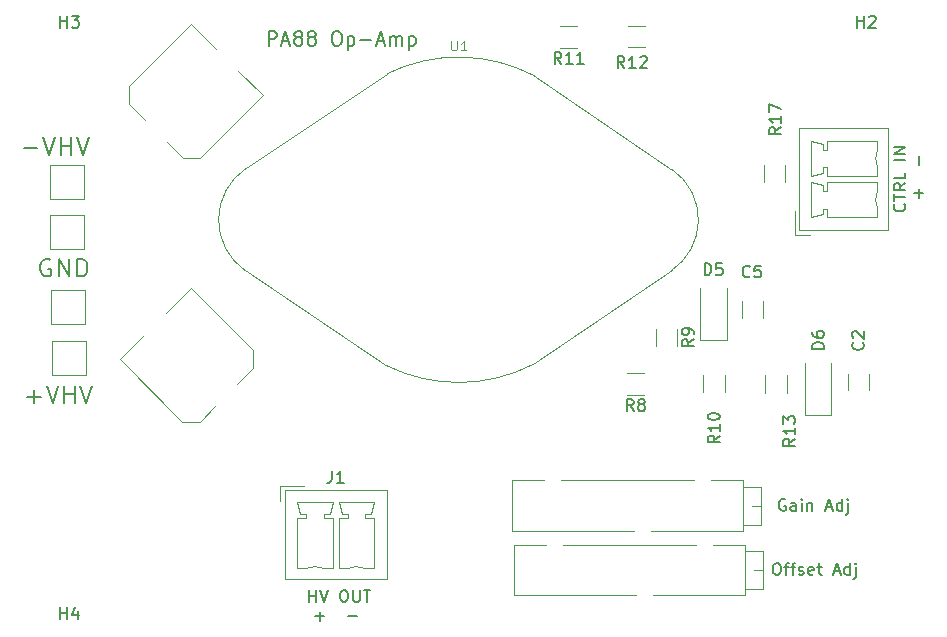
<source format=gbr>
%TF.GenerationSoftware,KiCad,Pcbnew,9.0.5*%
%TF.CreationDate,2025-11-24T16:56:37+01:00*%
%TF.ProjectId,Amplifier,416d706c-6966-4696-9572-2e6b69636164,rev?*%
%TF.SameCoordinates,Original*%
%TF.FileFunction,Legend,Top*%
%TF.FilePolarity,Positive*%
%FSLAX46Y46*%
G04 Gerber Fmt 4.6, Leading zero omitted, Abs format (unit mm)*
G04 Created by KiCad (PCBNEW 9.0.5) date 2025-11-24 16:56:37*
%MOMM*%
%LPD*%
G01*
G04 APERTURE LIST*
%ADD10C,0.200000*%
%ADD11C,0.150000*%
%ADD12C,0.120000*%
G04 APERTURE END LIST*
D10*
X131757142Y-73872100D02*
X132900000Y-73872100D01*
X133400000Y-72943528D02*
X133900000Y-74443528D01*
X133900000Y-74443528D02*
X134400000Y-72943528D01*
X134899999Y-74443528D02*
X134899999Y-72943528D01*
X134899999Y-73657814D02*
X135757142Y-73657814D01*
X135757142Y-74443528D02*
X135757142Y-72943528D01*
X136257143Y-72943528D02*
X136757143Y-74443528D01*
X136757143Y-74443528D02*
X137257143Y-72943528D01*
D11*
X196239047Y-103592438D02*
X196143809Y-103544819D01*
X196143809Y-103544819D02*
X196000952Y-103544819D01*
X196000952Y-103544819D02*
X195858095Y-103592438D01*
X195858095Y-103592438D02*
X195762857Y-103687676D01*
X195762857Y-103687676D02*
X195715238Y-103782914D01*
X195715238Y-103782914D02*
X195667619Y-103973390D01*
X195667619Y-103973390D02*
X195667619Y-104116247D01*
X195667619Y-104116247D02*
X195715238Y-104306723D01*
X195715238Y-104306723D02*
X195762857Y-104401961D01*
X195762857Y-104401961D02*
X195858095Y-104497200D01*
X195858095Y-104497200D02*
X196000952Y-104544819D01*
X196000952Y-104544819D02*
X196096190Y-104544819D01*
X196096190Y-104544819D02*
X196239047Y-104497200D01*
X196239047Y-104497200D02*
X196286666Y-104449580D01*
X196286666Y-104449580D02*
X196286666Y-104116247D01*
X196286666Y-104116247D02*
X196096190Y-104116247D01*
X197143809Y-104544819D02*
X197143809Y-104021009D01*
X197143809Y-104021009D02*
X197096190Y-103925771D01*
X197096190Y-103925771D02*
X197000952Y-103878152D01*
X197000952Y-103878152D02*
X196810476Y-103878152D01*
X196810476Y-103878152D02*
X196715238Y-103925771D01*
X197143809Y-104497200D02*
X197048571Y-104544819D01*
X197048571Y-104544819D02*
X196810476Y-104544819D01*
X196810476Y-104544819D02*
X196715238Y-104497200D01*
X196715238Y-104497200D02*
X196667619Y-104401961D01*
X196667619Y-104401961D02*
X196667619Y-104306723D01*
X196667619Y-104306723D02*
X196715238Y-104211485D01*
X196715238Y-104211485D02*
X196810476Y-104163866D01*
X196810476Y-104163866D02*
X197048571Y-104163866D01*
X197048571Y-104163866D02*
X197143809Y-104116247D01*
X197620000Y-104544819D02*
X197620000Y-103878152D01*
X197620000Y-103544819D02*
X197572381Y-103592438D01*
X197572381Y-103592438D02*
X197620000Y-103640057D01*
X197620000Y-103640057D02*
X197667619Y-103592438D01*
X197667619Y-103592438D02*
X197620000Y-103544819D01*
X197620000Y-103544819D02*
X197620000Y-103640057D01*
X198096190Y-103878152D02*
X198096190Y-104544819D01*
X198096190Y-103973390D02*
X198143809Y-103925771D01*
X198143809Y-103925771D02*
X198239047Y-103878152D01*
X198239047Y-103878152D02*
X198381904Y-103878152D01*
X198381904Y-103878152D02*
X198477142Y-103925771D01*
X198477142Y-103925771D02*
X198524761Y-104021009D01*
X198524761Y-104021009D02*
X198524761Y-104544819D01*
X199715238Y-104259104D02*
X200191428Y-104259104D01*
X199620000Y-104544819D02*
X199953333Y-103544819D01*
X199953333Y-103544819D02*
X200286666Y-104544819D01*
X201048571Y-104544819D02*
X201048571Y-103544819D01*
X201048571Y-104497200D02*
X200953333Y-104544819D01*
X200953333Y-104544819D02*
X200762857Y-104544819D01*
X200762857Y-104544819D02*
X200667619Y-104497200D01*
X200667619Y-104497200D02*
X200620000Y-104449580D01*
X200620000Y-104449580D02*
X200572381Y-104354342D01*
X200572381Y-104354342D02*
X200572381Y-104068628D01*
X200572381Y-104068628D02*
X200620000Y-103973390D01*
X200620000Y-103973390D02*
X200667619Y-103925771D01*
X200667619Y-103925771D02*
X200762857Y-103878152D01*
X200762857Y-103878152D02*
X200953333Y-103878152D01*
X200953333Y-103878152D02*
X201048571Y-103925771D01*
X201524762Y-103878152D02*
X201524762Y-104735295D01*
X201524762Y-104735295D02*
X201477143Y-104830533D01*
X201477143Y-104830533D02*
X201381905Y-104878152D01*
X201381905Y-104878152D02*
X201334286Y-104878152D01*
X201524762Y-103544819D02*
X201477143Y-103592438D01*
X201477143Y-103592438D02*
X201524762Y-103640057D01*
X201524762Y-103640057D02*
X201572381Y-103592438D01*
X201572381Y-103592438D02*
X201524762Y-103544819D01*
X201524762Y-103544819D02*
X201524762Y-103640057D01*
X195424285Y-108964819D02*
X195614761Y-108964819D01*
X195614761Y-108964819D02*
X195709999Y-109012438D01*
X195709999Y-109012438D02*
X195805237Y-109107676D01*
X195805237Y-109107676D02*
X195852856Y-109298152D01*
X195852856Y-109298152D02*
X195852856Y-109631485D01*
X195852856Y-109631485D02*
X195805237Y-109821961D01*
X195805237Y-109821961D02*
X195709999Y-109917200D01*
X195709999Y-109917200D02*
X195614761Y-109964819D01*
X195614761Y-109964819D02*
X195424285Y-109964819D01*
X195424285Y-109964819D02*
X195329047Y-109917200D01*
X195329047Y-109917200D02*
X195233809Y-109821961D01*
X195233809Y-109821961D02*
X195186190Y-109631485D01*
X195186190Y-109631485D02*
X195186190Y-109298152D01*
X195186190Y-109298152D02*
X195233809Y-109107676D01*
X195233809Y-109107676D02*
X195329047Y-109012438D01*
X195329047Y-109012438D02*
X195424285Y-108964819D01*
X196138571Y-109298152D02*
X196519523Y-109298152D01*
X196281428Y-109964819D02*
X196281428Y-109107676D01*
X196281428Y-109107676D02*
X196329047Y-109012438D01*
X196329047Y-109012438D02*
X196424285Y-108964819D01*
X196424285Y-108964819D02*
X196519523Y-108964819D01*
X196710000Y-109298152D02*
X197090952Y-109298152D01*
X196852857Y-109964819D02*
X196852857Y-109107676D01*
X196852857Y-109107676D02*
X196900476Y-109012438D01*
X196900476Y-109012438D02*
X196995714Y-108964819D01*
X196995714Y-108964819D02*
X197090952Y-108964819D01*
X197376667Y-109917200D02*
X197471905Y-109964819D01*
X197471905Y-109964819D02*
X197662381Y-109964819D01*
X197662381Y-109964819D02*
X197757619Y-109917200D01*
X197757619Y-109917200D02*
X197805238Y-109821961D01*
X197805238Y-109821961D02*
X197805238Y-109774342D01*
X197805238Y-109774342D02*
X197757619Y-109679104D01*
X197757619Y-109679104D02*
X197662381Y-109631485D01*
X197662381Y-109631485D02*
X197519524Y-109631485D01*
X197519524Y-109631485D02*
X197424286Y-109583866D01*
X197424286Y-109583866D02*
X197376667Y-109488628D01*
X197376667Y-109488628D02*
X197376667Y-109441009D01*
X197376667Y-109441009D02*
X197424286Y-109345771D01*
X197424286Y-109345771D02*
X197519524Y-109298152D01*
X197519524Y-109298152D02*
X197662381Y-109298152D01*
X197662381Y-109298152D02*
X197757619Y-109345771D01*
X198614762Y-109917200D02*
X198519524Y-109964819D01*
X198519524Y-109964819D02*
X198329048Y-109964819D01*
X198329048Y-109964819D02*
X198233810Y-109917200D01*
X198233810Y-109917200D02*
X198186191Y-109821961D01*
X198186191Y-109821961D02*
X198186191Y-109441009D01*
X198186191Y-109441009D02*
X198233810Y-109345771D01*
X198233810Y-109345771D02*
X198329048Y-109298152D01*
X198329048Y-109298152D02*
X198519524Y-109298152D01*
X198519524Y-109298152D02*
X198614762Y-109345771D01*
X198614762Y-109345771D02*
X198662381Y-109441009D01*
X198662381Y-109441009D02*
X198662381Y-109536247D01*
X198662381Y-109536247D02*
X198186191Y-109631485D01*
X198948096Y-109298152D02*
X199329048Y-109298152D01*
X199090953Y-108964819D02*
X199090953Y-109821961D01*
X199090953Y-109821961D02*
X199138572Y-109917200D01*
X199138572Y-109917200D02*
X199233810Y-109964819D01*
X199233810Y-109964819D02*
X199329048Y-109964819D01*
X200376668Y-109679104D02*
X200852858Y-109679104D01*
X200281430Y-109964819D02*
X200614763Y-108964819D01*
X200614763Y-108964819D02*
X200948096Y-109964819D01*
X201710001Y-109964819D02*
X201710001Y-108964819D01*
X201710001Y-109917200D02*
X201614763Y-109964819D01*
X201614763Y-109964819D02*
X201424287Y-109964819D01*
X201424287Y-109964819D02*
X201329049Y-109917200D01*
X201329049Y-109917200D02*
X201281430Y-109869580D01*
X201281430Y-109869580D02*
X201233811Y-109774342D01*
X201233811Y-109774342D02*
X201233811Y-109488628D01*
X201233811Y-109488628D02*
X201281430Y-109393390D01*
X201281430Y-109393390D02*
X201329049Y-109345771D01*
X201329049Y-109345771D02*
X201424287Y-109298152D01*
X201424287Y-109298152D02*
X201614763Y-109298152D01*
X201614763Y-109298152D02*
X201710001Y-109345771D01*
X202186192Y-109298152D02*
X202186192Y-110155295D01*
X202186192Y-110155295D02*
X202138573Y-110250533D01*
X202138573Y-110250533D02*
X202043335Y-110298152D01*
X202043335Y-110298152D02*
X201995716Y-110298152D01*
X202186192Y-108964819D02*
X202138573Y-109012438D01*
X202138573Y-109012438D02*
X202186192Y-109060057D01*
X202186192Y-109060057D02*
X202233811Y-109012438D01*
X202233811Y-109012438D02*
X202186192Y-108964819D01*
X202186192Y-108964819D02*
X202186192Y-109060057D01*
X152490001Y-65157342D02*
X152490001Y-63957342D01*
X152490001Y-63957342D02*
X152947144Y-63957342D01*
X152947144Y-63957342D02*
X153061429Y-64014485D01*
X153061429Y-64014485D02*
X153118572Y-64071628D01*
X153118572Y-64071628D02*
X153175715Y-64185914D01*
X153175715Y-64185914D02*
X153175715Y-64357342D01*
X153175715Y-64357342D02*
X153118572Y-64471628D01*
X153118572Y-64471628D02*
X153061429Y-64528771D01*
X153061429Y-64528771D02*
X152947144Y-64585914D01*
X152947144Y-64585914D02*
X152490001Y-64585914D01*
X153632858Y-64814485D02*
X154204287Y-64814485D01*
X153518572Y-65157342D02*
X153918572Y-63957342D01*
X153918572Y-63957342D02*
X154318572Y-65157342D01*
X154890000Y-64471628D02*
X154775715Y-64414485D01*
X154775715Y-64414485D02*
X154718572Y-64357342D01*
X154718572Y-64357342D02*
X154661429Y-64243057D01*
X154661429Y-64243057D02*
X154661429Y-64185914D01*
X154661429Y-64185914D02*
X154718572Y-64071628D01*
X154718572Y-64071628D02*
X154775715Y-64014485D01*
X154775715Y-64014485D02*
X154890000Y-63957342D01*
X154890000Y-63957342D02*
X155118572Y-63957342D01*
X155118572Y-63957342D02*
X155232858Y-64014485D01*
X155232858Y-64014485D02*
X155290000Y-64071628D01*
X155290000Y-64071628D02*
X155347143Y-64185914D01*
X155347143Y-64185914D02*
X155347143Y-64243057D01*
X155347143Y-64243057D02*
X155290000Y-64357342D01*
X155290000Y-64357342D02*
X155232858Y-64414485D01*
X155232858Y-64414485D02*
X155118572Y-64471628D01*
X155118572Y-64471628D02*
X154890000Y-64471628D01*
X154890000Y-64471628D02*
X154775715Y-64528771D01*
X154775715Y-64528771D02*
X154718572Y-64585914D01*
X154718572Y-64585914D02*
X154661429Y-64700200D01*
X154661429Y-64700200D02*
X154661429Y-64928771D01*
X154661429Y-64928771D02*
X154718572Y-65043057D01*
X154718572Y-65043057D02*
X154775715Y-65100200D01*
X154775715Y-65100200D02*
X154890000Y-65157342D01*
X154890000Y-65157342D02*
X155118572Y-65157342D01*
X155118572Y-65157342D02*
X155232858Y-65100200D01*
X155232858Y-65100200D02*
X155290000Y-65043057D01*
X155290000Y-65043057D02*
X155347143Y-64928771D01*
X155347143Y-64928771D02*
X155347143Y-64700200D01*
X155347143Y-64700200D02*
X155290000Y-64585914D01*
X155290000Y-64585914D02*
X155232858Y-64528771D01*
X155232858Y-64528771D02*
X155118572Y-64471628D01*
X156032857Y-64471628D02*
X155918572Y-64414485D01*
X155918572Y-64414485D02*
X155861429Y-64357342D01*
X155861429Y-64357342D02*
X155804286Y-64243057D01*
X155804286Y-64243057D02*
X155804286Y-64185914D01*
X155804286Y-64185914D02*
X155861429Y-64071628D01*
X155861429Y-64071628D02*
X155918572Y-64014485D01*
X155918572Y-64014485D02*
X156032857Y-63957342D01*
X156032857Y-63957342D02*
X156261429Y-63957342D01*
X156261429Y-63957342D02*
X156375715Y-64014485D01*
X156375715Y-64014485D02*
X156432857Y-64071628D01*
X156432857Y-64071628D02*
X156490000Y-64185914D01*
X156490000Y-64185914D02*
X156490000Y-64243057D01*
X156490000Y-64243057D02*
X156432857Y-64357342D01*
X156432857Y-64357342D02*
X156375715Y-64414485D01*
X156375715Y-64414485D02*
X156261429Y-64471628D01*
X156261429Y-64471628D02*
X156032857Y-64471628D01*
X156032857Y-64471628D02*
X155918572Y-64528771D01*
X155918572Y-64528771D02*
X155861429Y-64585914D01*
X155861429Y-64585914D02*
X155804286Y-64700200D01*
X155804286Y-64700200D02*
X155804286Y-64928771D01*
X155804286Y-64928771D02*
X155861429Y-65043057D01*
X155861429Y-65043057D02*
X155918572Y-65100200D01*
X155918572Y-65100200D02*
X156032857Y-65157342D01*
X156032857Y-65157342D02*
X156261429Y-65157342D01*
X156261429Y-65157342D02*
X156375715Y-65100200D01*
X156375715Y-65100200D02*
X156432857Y-65043057D01*
X156432857Y-65043057D02*
X156490000Y-64928771D01*
X156490000Y-64928771D02*
X156490000Y-64700200D01*
X156490000Y-64700200D02*
X156432857Y-64585914D01*
X156432857Y-64585914D02*
X156375715Y-64528771D01*
X156375715Y-64528771D02*
X156261429Y-64471628D01*
X158147143Y-63957342D02*
X158375715Y-63957342D01*
X158375715Y-63957342D02*
X158490000Y-64014485D01*
X158490000Y-64014485D02*
X158604286Y-64128771D01*
X158604286Y-64128771D02*
X158661429Y-64357342D01*
X158661429Y-64357342D02*
X158661429Y-64757342D01*
X158661429Y-64757342D02*
X158604286Y-64985914D01*
X158604286Y-64985914D02*
X158490000Y-65100200D01*
X158490000Y-65100200D02*
X158375715Y-65157342D01*
X158375715Y-65157342D02*
X158147143Y-65157342D01*
X158147143Y-65157342D02*
X158032858Y-65100200D01*
X158032858Y-65100200D02*
X157918572Y-64985914D01*
X157918572Y-64985914D02*
X157861429Y-64757342D01*
X157861429Y-64757342D02*
X157861429Y-64357342D01*
X157861429Y-64357342D02*
X157918572Y-64128771D01*
X157918572Y-64128771D02*
X158032858Y-64014485D01*
X158032858Y-64014485D02*
X158147143Y-63957342D01*
X159175715Y-64357342D02*
X159175715Y-65557342D01*
X159175715Y-64414485D02*
X159290001Y-64357342D01*
X159290001Y-64357342D02*
X159518572Y-64357342D01*
X159518572Y-64357342D02*
X159632858Y-64414485D01*
X159632858Y-64414485D02*
X159690001Y-64471628D01*
X159690001Y-64471628D02*
X159747143Y-64585914D01*
X159747143Y-64585914D02*
X159747143Y-64928771D01*
X159747143Y-64928771D02*
X159690001Y-65043057D01*
X159690001Y-65043057D02*
X159632858Y-65100200D01*
X159632858Y-65100200D02*
X159518572Y-65157342D01*
X159518572Y-65157342D02*
X159290001Y-65157342D01*
X159290001Y-65157342D02*
X159175715Y-65100200D01*
X160261429Y-64700200D02*
X161175715Y-64700200D01*
X161690000Y-64814485D02*
X162261429Y-64814485D01*
X161575714Y-65157342D02*
X161975714Y-63957342D01*
X161975714Y-63957342D02*
X162375714Y-65157342D01*
X162775714Y-65157342D02*
X162775714Y-64357342D01*
X162775714Y-64471628D02*
X162832857Y-64414485D01*
X162832857Y-64414485D02*
X162947142Y-64357342D01*
X162947142Y-64357342D02*
X163118571Y-64357342D01*
X163118571Y-64357342D02*
X163232857Y-64414485D01*
X163232857Y-64414485D02*
X163290000Y-64528771D01*
X163290000Y-64528771D02*
X163290000Y-65157342D01*
X163290000Y-64528771D02*
X163347142Y-64414485D01*
X163347142Y-64414485D02*
X163461428Y-64357342D01*
X163461428Y-64357342D02*
X163632857Y-64357342D01*
X163632857Y-64357342D02*
X163747142Y-64414485D01*
X163747142Y-64414485D02*
X163804285Y-64528771D01*
X163804285Y-64528771D02*
X163804285Y-65157342D01*
X164375714Y-64357342D02*
X164375714Y-65557342D01*
X164375714Y-64414485D02*
X164490000Y-64357342D01*
X164490000Y-64357342D02*
X164718571Y-64357342D01*
X164718571Y-64357342D02*
X164832857Y-64414485D01*
X164832857Y-64414485D02*
X164890000Y-64471628D01*
X164890000Y-64471628D02*
X164947142Y-64585914D01*
X164947142Y-64585914D02*
X164947142Y-64928771D01*
X164947142Y-64928771D02*
X164890000Y-65043057D01*
X164890000Y-65043057D02*
X164832857Y-65100200D01*
X164832857Y-65100200D02*
X164718571Y-65157342D01*
X164718571Y-65157342D02*
X164490000Y-65157342D01*
X164490000Y-65157342D02*
X164375714Y-65100200D01*
X206309580Y-78579047D02*
X206357200Y-78626666D01*
X206357200Y-78626666D02*
X206404819Y-78769523D01*
X206404819Y-78769523D02*
X206404819Y-78864761D01*
X206404819Y-78864761D02*
X206357200Y-79007618D01*
X206357200Y-79007618D02*
X206261961Y-79102856D01*
X206261961Y-79102856D02*
X206166723Y-79150475D01*
X206166723Y-79150475D02*
X205976247Y-79198094D01*
X205976247Y-79198094D02*
X205833390Y-79198094D01*
X205833390Y-79198094D02*
X205642914Y-79150475D01*
X205642914Y-79150475D02*
X205547676Y-79102856D01*
X205547676Y-79102856D02*
X205452438Y-79007618D01*
X205452438Y-79007618D02*
X205404819Y-78864761D01*
X205404819Y-78864761D02*
X205404819Y-78769523D01*
X205404819Y-78769523D02*
X205452438Y-78626666D01*
X205452438Y-78626666D02*
X205500057Y-78579047D01*
X205404819Y-78293332D02*
X205404819Y-77721904D01*
X206404819Y-78007618D02*
X205404819Y-78007618D01*
X206404819Y-76817142D02*
X205928628Y-77150475D01*
X206404819Y-77388570D02*
X205404819Y-77388570D01*
X205404819Y-77388570D02*
X205404819Y-77007618D01*
X205404819Y-77007618D02*
X205452438Y-76912380D01*
X205452438Y-76912380D02*
X205500057Y-76864761D01*
X205500057Y-76864761D02*
X205595295Y-76817142D01*
X205595295Y-76817142D02*
X205738152Y-76817142D01*
X205738152Y-76817142D02*
X205833390Y-76864761D01*
X205833390Y-76864761D02*
X205881009Y-76912380D01*
X205881009Y-76912380D02*
X205928628Y-77007618D01*
X205928628Y-77007618D02*
X205928628Y-77388570D01*
X206404819Y-75912380D02*
X206404819Y-76388570D01*
X206404819Y-76388570D02*
X205404819Y-76388570D01*
X206404819Y-74817141D02*
X205404819Y-74817141D01*
X206404819Y-74340951D02*
X205404819Y-74340951D01*
X205404819Y-74340951D02*
X206404819Y-73769523D01*
X206404819Y-73769523D02*
X205404819Y-73769523D01*
D10*
X134007143Y-83274957D02*
X133864286Y-83203528D01*
X133864286Y-83203528D02*
X133650000Y-83203528D01*
X133650000Y-83203528D02*
X133435714Y-83274957D01*
X133435714Y-83274957D02*
X133292857Y-83417814D01*
X133292857Y-83417814D02*
X133221428Y-83560671D01*
X133221428Y-83560671D02*
X133150000Y-83846385D01*
X133150000Y-83846385D02*
X133150000Y-84060671D01*
X133150000Y-84060671D02*
X133221428Y-84346385D01*
X133221428Y-84346385D02*
X133292857Y-84489242D01*
X133292857Y-84489242D02*
X133435714Y-84632100D01*
X133435714Y-84632100D02*
X133650000Y-84703528D01*
X133650000Y-84703528D02*
X133792857Y-84703528D01*
X133792857Y-84703528D02*
X134007143Y-84632100D01*
X134007143Y-84632100D02*
X134078571Y-84560671D01*
X134078571Y-84560671D02*
X134078571Y-84060671D01*
X134078571Y-84060671D02*
X133792857Y-84060671D01*
X134721428Y-84703528D02*
X134721428Y-83203528D01*
X134721428Y-83203528D02*
X135578571Y-84703528D01*
X135578571Y-84703528D02*
X135578571Y-83203528D01*
X136292857Y-84703528D02*
X136292857Y-83203528D01*
X136292857Y-83203528D02*
X136650000Y-83203528D01*
X136650000Y-83203528D02*
X136864286Y-83274957D01*
X136864286Y-83274957D02*
X137007143Y-83417814D01*
X137007143Y-83417814D02*
X137078572Y-83560671D01*
X137078572Y-83560671D02*
X137150000Y-83846385D01*
X137150000Y-83846385D02*
X137150000Y-84060671D01*
X137150000Y-84060671D02*
X137078572Y-84346385D01*
X137078572Y-84346385D02*
X137007143Y-84489242D01*
X137007143Y-84489242D02*
X136864286Y-84632100D01*
X136864286Y-84632100D02*
X136650000Y-84703528D01*
X136650000Y-84703528D02*
X136292857Y-84703528D01*
X132057142Y-94882100D02*
X133200000Y-94882100D01*
X132628571Y-95453528D02*
X132628571Y-94310671D01*
X133700000Y-93953528D02*
X134200000Y-95453528D01*
X134200000Y-95453528D02*
X134700000Y-93953528D01*
X135199999Y-95453528D02*
X135199999Y-93953528D01*
X135199999Y-94667814D02*
X136057142Y-94667814D01*
X136057142Y-95453528D02*
X136057142Y-93953528D01*
X136557143Y-93953528D02*
X137057143Y-95453528D01*
X137057143Y-95453528D02*
X137557143Y-93953528D01*
D11*
X155926190Y-112254819D02*
X155926190Y-111254819D01*
X155926190Y-111731009D02*
X156497618Y-111731009D01*
X156497618Y-112254819D02*
X156497618Y-111254819D01*
X156830952Y-111254819D02*
X157164285Y-112254819D01*
X157164285Y-112254819D02*
X157497618Y-111254819D01*
X158783333Y-111254819D02*
X158973809Y-111254819D01*
X158973809Y-111254819D02*
X159069047Y-111302438D01*
X159069047Y-111302438D02*
X159164285Y-111397676D01*
X159164285Y-111397676D02*
X159211904Y-111588152D01*
X159211904Y-111588152D02*
X159211904Y-111921485D01*
X159211904Y-111921485D02*
X159164285Y-112111961D01*
X159164285Y-112111961D02*
X159069047Y-112207200D01*
X159069047Y-112207200D02*
X158973809Y-112254819D01*
X158973809Y-112254819D02*
X158783333Y-112254819D01*
X158783333Y-112254819D02*
X158688095Y-112207200D01*
X158688095Y-112207200D02*
X158592857Y-112111961D01*
X158592857Y-112111961D02*
X158545238Y-111921485D01*
X158545238Y-111921485D02*
X158545238Y-111588152D01*
X158545238Y-111588152D02*
X158592857Y-111397676D01*
X158592857Y-111397676D02*
X158688095Y-111302438D01*
X158688095Y-111302438D02*
X158783333Y-111254819D01*
X159640476Y-111254819D02*
X159640476Y-112064342D01*
X159640476Y-112064342D02*
X159688095Y-112159580D01*
X159688095Y-112159580D02*
X159735714Y-112207200D01*
X159735714Y-112207200D02*
X159830952Y-112254819D01*
X159830952Y-112254819D02*
X160021428Y-112254819D01*
X160021428Y-112254819D02*
X160116666Y-112207200D01*
X160116666Y-112207200D02*
X160164285Y-112159580D01*
X160164285Y-112159580D02*
X160211904Y-112064342D01*
X160211904Y-112064342D02*
X160211904Y-111254819D01*
X160545238Y-111254819D02*
X161116666Y-111254819D01*
X160830952Y-112254819D02*
X160830952Y-111254819D01*
X156438095Y-113493866D02*
X157200000Y-113493866D01*
X156819047Y-113874819D02*
X156819047Y-113112914D01*
X159200000Y-113493866D02*
X159961905Y-113493866D01*
X207551366Y-78049404D02*
X207551366Y-77287500D01*
X207932319Y-77668452D02*
X207170414Y-77668452D01*
X207551366Y-75287499D02*
X207551366Y-74525595D01*
X202799580Y-90296666D02*
X202847200Y-90344285D01*
X202847200Y-90344285D02*
X202894819Y-90487142D01*
X202894819Y-90487142D02*
X202894819Y-90582380D01*
X202894819Y-90582380D02*
X202847200Y-90725237D01*
X202847200Y-90725237D02*
X202751961Y-90820475D01*
X202751961Y-90820475D02*
X202656723Y-90868094D01*
X202656723Y-90868094D02*
X202466247Y-90915713D01*
X202466247Y-90915713D02*
X202323390Y-90915713D01*
X202323390Y-90915713D02*
X202132914Y-90868094D01*
X202132914Y-90868094D02*
X202037676Y-90820475D01*
X202037676Y-90820475D02*
X201942438Y-90725237D01*
X201942438Y-90725237D02*
X201894819Y-90582380D01*
X201894819Y-90582380D02*
X201894819Y-90487142D01*
X201894819Y-90487142D02*
X201942438Y-90344285D01*
X201942438Y-90344285D02*
X201990057Y-90296666D01*
X201990057Y-89915713D02*
X201942438Y-89868094D01*
X201942438Y-89868094D02*
X201894819Y-89772856D01*
X201894819Y-89772856D02*
X201894819Y-89534761D01*
X201894819Y-89534761D02*
X201942438Y-89439523D01*
X201942438Y-89439523D02*
X201990057Y-89391904D01*
X201990057Y-89391904D02*
X202085295Y-89344285D01*
X202085295Y-89344285D02*
X202180533Y-89344285D01*
X202180533Y-89344285D02*
X202323390Y-89391904D01*
X202323390Y-89391904D02*
X202894819Y-89963332D01*
X202894819Y-89963332D02*
X202894819Y-89344285D01*
X197054819Y-98462857D02*
X196578628Y-98796190D01*
X197054819Y-99034285D02*
X196054819Y-99034285D01*
X196054819Y-99034285D02*
X196054819Y-98653333D01*
X196054819Y-98653333D02*
X196102438Y-98558095D01*
X196102438Y-98558095D02*
X196150057Y-98510476D01*
X196150057Y-98510476D02*
X196245295Y-98462857D01*
X196245295Y-98462857D02*
X196388152Y-98462857D01*
X196388152Y-98462857D02*
X196483390Y-98510476D01*
X196483390Y-98510476D02*
X196531009Y-98558095D01*
X196531009Y-98558095D02*
X196578628Y-98653333D01*
X196578628Y-98653333D02*
X196578628Y-99034285D01*
X197054819Y-97510476D02*
X197054819Y-98081904D01*
X197054819Y-97796190D02*
X196054819Y-97796190D01*
X196054819Y-97796190D02*
X196197676Y-97891428D01*
X196197676Y-97891428D02*
X196292914Y-97986666D01*
X196292914Y-97986666D02*
X196340533Y-98081904D01*
X196054819Y-97177142D02*
X196054819Y-96558095D01*
X196054819Y-96558095D02*
X196435771Y-96891428D01*
X196435771Y-96891428D02*
X196435771Y-96748571D01*
X196435771Y-96748571D02*
X196483390Y-96653333D01*
X196483390Y-96653333D02*
X196531009Y-96605714D01*
X196531009Y-96605714D02*
X196626247Y-96558095D01*
X196626247Y-96558095D02*
X196864342Y-96558095D01*
X196864342Y-96558095D02*
X196959580Y-96605714D01*
X196959580Y-96605714D02*
X197007200Y-96653333D01*
X197007200Y-96653333D02*
X197054819Y-96748571D01*
X197054819Y-96748571D02*
X197054819Y-97034285D01*
X197054819Y-97034285D02*
X197007200Y-97129523D01*
X197007200Y-97129523D02*
X196959580Y-97177142D01*
X157846666Y-101184819D02*
X157846666Y-101899104D01*
X157846666Y-101899104D02*
X157799047Y-102041961D01*
X157799047Y-102041961D02*
X157703809Y-102137200D01*
X157703809Y-102137200D02*
X157560952Y-102184819D01*
X157560952Y-102184819D02*
X157465714Y-102184819D01*
X158846666Y-102184819D02*
X158275238Y-102184819D01*
X158560952Y-102184819D02*
X158560952Y-101184819D01*
X158560952Y-101184819D02*
X158465714Y-101327676D01*
X158465714Y-101327676D02*
X158370476Y-101422914D01*
X158370476Y-101422914D02*
X158275238Y-101470533D01*
X190684819Y-98182857D02*
X190208628Y-98516190D01*
X190684819Y-98754285D02*
X189684819Y-98754285D01*
X189684819Y-98754285D02*
X189684819Y-98373333D01*
X189684819Y-98373333D02*
X189732438Y-98278095D01*
X189732438Y-98278095D02*
X189780057Y-98230476D01*
X189780057Y-98230476D02*
X189875295Y-98182857D01*
X189875295Y-98182857D02*
X190018152Y-98182857D01*
X190018152Y-98182857D02*
X190113390Y-98230476D01*
X190113390Y-98230476D02*
X190161009Y-98278095D01*
X190161009Y-98278095D02*
X190208628Y-98373333D01*
X190208628Y-98373333D02*
X190208628Y-98754285D01*
X190684819Y-97230476D02*
X190684819Y-97801904D01*
X190684819Y-97516190D02*
X189684819Y-97516190D01*
X189684819Y-97516190D02*
X189827676Y-97611428D01*
X189827676Y-97611428D02*
X189922914Y-97706666D01*
X189922914Y-97706666D02*
X189970533Y-97801904D01*
X189684819Y-96611428D02*
X189684819Y-96516190D01*
X189684819Y-96516190D02*
X189732438Y-96420952D01*
X189732438Y-96420952D02*
X189780057Y-96373333D01*
X189780057Y-96373333D02*
X189875295Y-96325714D01*
X189875295Y-96325714D02*
X190065771Y-96278095D01*
X190065771Y-96278095D02*
X190303866Y-96278095D01*
X190303866Y-96278095D02*
X190494342Y-96325714D01*
X190494342Y-96325714D02*
X190589580Y-96373333D01*
X190589580Y-96373333D02*
X190637200Y-96420952D01*
X190637200Y-96420952D02*
X190684819Y-96516190D01*
X190684819Y-96516190D02*
X190684819Y-96611428D01*
X190684819Y-96611428D02*
X190637200Y-96706666D01*
X190637200Y-96706666D02*
X190589580Y-96754285D01*
X190589580Y-96754285D02*
X190494342Y-96801904D01*
X190494342Y-96801904D02*
X190303866Y-96849523D01*
X190303866Y-96849523D02*
X190065771Y-96849523D01*
X190065771Y-96849523D02*
X189875295Y-96801904D01*
X189875295Y-96801904D02*
X189780057Y-96754285D01*
X189780057Y-96754285D02*
X189732438Y-96706666D01*
X189732438Y-96706666D02*
X189684819Y-96611428D01*
X202318095Y-63644819D02*
X202318095Y-62644819D01*
X202318095Y-63121009D02*
X202889523Y-63121009D01*
X202889523Y-63644819D02*
X202889523Y-62644819D01*
X203318095Y-62740057D02*
X203365714Y-62692438D01*
X203365714Y-62692438D02*
X203460952Y-62644819D01*
X203460952Y-62644819D02*
X203699047Y-62644819D01*
X203699047Y-62644819D02*
X203794285Y-62692438D01*
X203794285Y-62692438D02*
X203841904Y-62740057D01*
X203841904Y-62740057D02*
X203889523Y-62835295D01*
X203889523Y-62835295D02*
X203889523Y-62930533D01*
X203889523Y-62930533D02*
X203841904Y-63073390D01*
X203841904Y-63073390D02*
X203270476Y-63644819D01*
X203270476Y-63644819D02*
X203889523Y-63644819D01*
X183393885Y-96107886D02*
X183060552Y-95631695D01*
X182822457Y-96107886D02*
X182822457Y-95107886D01*
X182822457Y-95107886D02*
X183203409Y-95107886D01*
X183203409Y-95107886D02*
X183298647Y-95155505D01*
X183298647Y-95155505D02*
X183346266Y-95203124D01*
X183346266Y-95203124D02*
X183393885Y-95298362D01*
X183393885Y-95298362D02*
X183393885Y-95441219D01*
X183393885Y-95441219D02*
X183346266Y-95536457D01*
X183346266Y-95536457D02*
X183298647Y-95584076D01*
X183298647Y-95584076D02*
X183203409Y-95631695D01*
X183203409Y-95631695D02*
X182822457Y-95631695D01*
X183965314Y-95536457D02*
X183870076Y-95488838D01*
X183870076Y-95488838D02*
X183822457Y-95441219D01*
X183822457Y-95441219D02*
X183774838Y-95345981D01*
X183774838Y-95345981D02*
X183774838Y-95298362D01*
X183774838Y-95298362D02*
X183822457Y-95203124D01*
X183822457Y-95203124D02*
X183870076Y-95155505D01*
X183870076Y-95155505D02*
X183965314Y-95107886D01*
X183965314Y-95107886D02*
X184155790Y-95107886D01*
X184155790Y-95107886D02*
X184251028Y-95155505D01*
X184251028Y-95155505D02*
X184298647Y-95203124D01*
X184298647Y-95203124D02*
X184346266Y-95298362D01*
X184346266Y-95298362D02*
X184346266Y-95345981D01*
X184346266Y-95345981D02*
X184298647Y-95441219D01*
X184298647Y-95441219D02*
X184251028Y-95488838D01*
X184251028Y-95488838D02*
X184155790Y-95536457D01*
X184155790Y-95536457D02*
X183965314Y-95536457D01*
X183965314Y-95536457D02*
X183870076Y-95584076D01*
X183870076Y-95584076D02*
X183822457Y-95631695D01*
X183822457Y-95631695D02*
X183774838Y-95726933D01*
X183774838Y-95726933D02*
X183774838Y-95917409D01*
X183774838Y-95917409D02*
X183822457Y-96012647D01*
X183822457Y-96012647D02*
X183870076Y-96060267D01*
X183870076Y-96060267D02*
X183965314Y-96107886D01*
X183965314Y-96107886D02*
X184155790Y-96107886D01*
X184155790Y-96107886D02*
X184251028Y-96060267D01*
X184251028Y-96060267D02*
X184298647Y-96012647D01*
X184298647Y-96012647D02*
X184346266Y-95917409D01*
X184346266Y-95917409D02*
X184346266Y-95726933D01*
X184346266Y-95726933D02*
X184298647Y-95631695D01*
X184298647Y-95631695D02*
X184251028Y-95584076D01*
X184251028Y-95584076D02*
X184155790Y-95536457D01*
X182614075Y-67055371D02*
X182280742Y-66579180D01*
X182042647Y-67055371D02*
X182042647Y-66055371D01*
X182042647Y-66055371D02*
X182423599Y-66055371D01*
X182423599Y-66055371D02*
X182518837Y-66102990D01*
X182518837Y-66102990D02*
X182566456Y-66150609D01*
X182566456Y-66150609D02*
X182614075Y-66245847D01*
X182614075Y-66245847D02*
X182614075Y-66388704D01*
X182614075Y-66388704D02*
X182566456Y-66483942D01*
X182566456Y-66483942D02*
X182518837Y-66531561D01*
X182518837Y-66531561D02*
X182423599Y-66579180D01*
X182423599Y-66579180D02*
X182042647Y-66579180D01*
X183566456Y-67055371D02*
X182995028Y-67055371D01*
X183280742Y-67055371D02*
X183280742Y-66055371D01*
X183280742Y-66055371D02*
X183185504Y-66198228D01*
X183185504Y-66198228D02*
X183090266Y-66293466D01*
X183090266Y-66293466D02*
X182995028Y-66341085D01*
X183947409Y-66150609D02*
X183995028Y-66102990D01*
X183995028Y-66102990D02*
X184090266Y-66055371D01*
X184090266Y-66055371D02*
X184328361Y-66055371D01*
X184328361Y-66055371D02*
X184423599Y-66102990D01*
X184423599Y-66102990D02*
X184471218Y-66150609D01*
X184471218Y-66150609D02*
X184518837Y-66245847D01*
X184518837Y-66245847D02*
X184518837Y-66341085D01*
X184518837Y-66341085D02*
X184471218Y-66483942D01*
X184471218Y-66483942D02*
X183899790Y-67055371D01*
X183899790Y-67055371D02*
X184518837Y-67055371D01*
X188465371Y-90039733D02*
X187989180Y-90373066D01*
X188465371Y-90611161D02*
X187465371Y-90611161D01*
X187465371Y-90611161D02*
X187465371Y-90230209D01*
X187465371Y-90230209D02*
X187512990Y-90134971D01*
X187512990Y-90134971D02*
X187560609Y-90087352D01*
X187560609Y-90087352D02*
X187655847Y-90039733D01*
X187655847Y-90039733D02*
X187798704Y-90039733D01*
X187798704Y-90039733D02*
X187893942Y-90087352D01*
X187893942Y-90087352D02*
X187941561Y-90134971D01*
X187941561Y-90134971D02*
X187989180Y-90230209D01*
X187989180Y-90230209D02*
X187989180Y-90611161D01*
X188465371Y-89563542D02*
X188465371Y-89373066D01*
X188465371Y-89373066D02*
X188417752Y-89277828D01*
X188417752Y-89277828D02*
X188370132Y-89230209D01*
X188370132Y-89230209D02*
X188227275Y-89134971D01*
X188227275Y-89134971D02*
X188036799Y-89087352D01*
X188036799Y-89087352D02*
X187655847Y-89087352D01*
X187655847Y-89087352D02*
X187560609Y-89134971D01*
X187560609Y-89134971D02*
X187512990Y-89182590D01*
X187512990Y-89182590D02*
X187465371Y-89277828D01*
X187465371Y-89277828D02*
X187465371Y-89468304D01*
X187465371Y-89468304D02*
X187512990Y-89563542D01*
X187512990Y-89563542D02*
X187560609Y-89611161D01*
X187560609Y-89611161D02*
X187655847Y-89658780D01*
X187655847Y-89658780D02*
X187893942Y-89658780D01*
X187893942Y-89658780D02*
X187989180Y-89611161D01*
X187989180Y-89611161D02*
X188036799Y-89563542D01*
X188036799Y-89563542D02*
X188084418Y-89468304D01*
X188084418Y-89468304D02*
X188084418Y-89277828D01*
X188084418Y-89277828D02*
X188036799Y-89182590D01*
X188036799Y-89182590D02*
X187989180Y-89134971D01*
X187989180Y-89134971D02*
X187893942Y-89087352D01*
X189401905Y-84594819D02*
X189401905Y-83594819D01*
X189401905Y-83594819D02*
X189640000Y-83594819D01*
X189640000Y-83594819D02*
X189782857Y-83642438D01*
X189782857Y-83642438D02*
X189878095Y-83737676D01*
X189878095Y-83737676D02*
X189925714Y-83832914D01*
X189925714Y-83832914D02*
X189973333Y-84023390D01*
X189973333Y-84023390D02*
X189973333Y-84166247D01*
X189973333Y-84166247D02*
X189925714Y-84356723D01*
X189925714Y-84356723D02*
X189878095Y-84451961D01*
X189878095Y-84451961D02*
X189782857Y-84547200D01*
X189782857Y-84547200D02*
X189640000Y-84594819D01*
X189640000Y-84594819D02*
X189401905Y-84594819D01*
X190878095Y-83594819D02*
X190401905Y-83594819D01*
X190401905Y-83594819D02*
X190354286Y-84071009D01*
X190354286Y-84071009D02*
X190401905Y-84023390D01*
X190401905Y-84023390D02*
X190497143Y-83975771D01*
X190497143Y-83975771D02*
X190735238Y-83975771D01*
X190735238Y-83975771D02*
X190830476Y-84023390D01*
X190830476Y-84023390D02*
X190878095Y-84071009D01*
X190878095Y-84071009D02*
X190925714Y-84166247D01*
X190925714Y-84166247D02*
X190925714Y-84404342D01*
X190925714Y-84404342D02*
X190878095Y-84499580D01*
X190878095Y-84499580D02*
X190830476Y-84547200D01*
X190830476Y-84547200D02*
X190735238Y-84594819D01*
X190735238Y-84594819D02*
X190497143Y-84594819D01*
X190497143Y-84594819D02*
X190401905Y-84547200D01*
X190401905Y-84547200D02*
X190354286Y-84499580D01*
X134858095Y-113714819D02*
X134858095Y-112714819D01*
X134858095Y-113191009D02*
X135429523Y-113191009D01*
X135429523Y-113714819D02*
X135429523Y-112714819D01*
X136334285Y-113048152D02*
X136334285Y-113714819D01*
X136096190Y-112667200D02*
X135858095Y-113381485D01*
X135858095Y-113381485D02*
X136477142Y-113381485D01*
X199514819Y-90838094D02*
X198514819Y-90838094D01*
X198514819Y-90838094D02*
X198514819Y-90599999D01*
X198514819Y-90599999D02*
X198562438Y-90457142D01*
X198562438Y-90457142D02*
X198657676Y-90361904D01*
X198657676Y-90361904D02*
X198752914Y-90314285D01*
X198752914Y-90314285D02*
X198943390Y-90266666D01*
X198943390Y-90266666D02*
X199086247Y-90266666D01*
X199086247Y-90266666D02*
X199276723Y-90314285D01*
X199276723Y-90314285D02*
X199371961Y-90361904D01*
X199371961Y-90361904D02*
X199467200Y-90457142D01*
X199467200Y-90457142D02*
X199514819Y-90599999D01*
X199514819Y-90599999D02*
X199514819Y-90838094D01*
X198514819Y-89409523D02*
X198514819Y-89599999D01*
X198514819Y-89599999D02*
X198562438Y-89695237D01*
X198562438Y-89695237D02*
X198610057Y-89742856D01*
X198610057Y-89742856D02*
X198752914Y-89838094D01*
X198752914Y-89838094D02*
X198943390Y-89885713D01*
X198943390Y-89885713D02*
X199324342Y-89885713D01*
X199324342Y-89885713D02*
X199419580Y-89838094D01*
X199419580Y-89838094D02*
X199467200Y-89790475D01*
X199467200Y-89790475D02*
X199514819Y-89695237D01*
X199514819Y-89695237D02*
X199514819Y-89504761D01*
X199514819Y-89504761D02*
X199467200Y-89409523D01*
X199467200Y-89409523D02*
X199419580Y-89361904D01*
X199419580Y-89361904D02*
X199324342Y-89314285D01*
X199324342Y-89314285D02*
X199086247Y-89314285D01*
X199086247Y-89314285D02*
X198991009Y-89361904D01*
X198991009Y-89361904D02*
X198943390Y-89409523D01*
X198943390Y-89409523D02*
X198895771Y-89504761D01*
X198895771Y-89504761D02*
X198895771Y-89695237D01*
X198895771Y-89695237D02*
X198943390Y-89790475D01*
X198943390Y-89790475D02*
X198991009Y-89838094D01*
X198991009Y-89838094D02*
X199086247Y-89885713D01*
X177267142Y-66714819D02*
X176933809Y-66238628D01*
X176695714Y-66714819D02*
X176695714Y-65714819D01*
X176695714Y-65714819D02*
X177076666Y-65714819D01*
X177076666Y-65714819D02*
X177171904Y-65762438D01*
X177171904Y-65762438D02*
X177219523Y-65810057D01*
X177219523Y-65810057D02*
X177267142Y-65905295D01*
X177267142Y-65905295D02*
X177267142Y-66048152D01*
X177267142Y-66048152D02*
X177219523Y-66143390D01*
X177219523Y-66143390D02*
X177171904Y-66191009D01*
X177171904Y-66191009D02*
X177076666Y-66238628D01*
X177076666Y-66238628D02*
X176695714Y-66238628D01*
X178219523Y-66714819D02*
X177648095Y-66714819D01*
X177933809Y-66714819D02*
X177933809Y-65714819D01*
X177933809Y-65714819D02*
X177838571Y-65857676D01*
X177838571Y-65857676D02*
X177743333Y-65952914D01*
X177743333Y-65952914D02*
X177648095Y-66000533D01*
X179171904Y-66714819D02*
X178600476Y-66714819D01*
X178886190Y-66714819D02*
X178886190Y-65714819D01*
X178886190Y-65714819D02*
X178790952Y-65857676D01*
X178790952Y-65857676D02*
X178695714Y-65952914D01*
X178695714Y-65952914D02*
X178600476Y-66000533D01*
X193233333Y-84689580D02*
X193185714Y-84737200D01*
X193185714Y-84737200D02*
X193042857Y-84784819D01*
X193042857Y-84784819D02*
X192947619Y-84784819D01*
X192947619Y-84784819D02*
X192804762Y-84737200D01*
X192804762Y-84737200D02*
X192709524Y-84641961D01*
X192709524Y-84641961D02*
X192661905Y-84546723D01*
X192661905Y-84546723D02*
X192614286Y-84356247D01*
X192614286Y-84356247D02*
X192614286Y-84213390D01*
X192614286Y-84213390D02*
X192661905Y-84022914D01*
X192661905Y-84022914D02*
X192709524Y-83927676D01*
X192709524Y-83927676D02*
X192804762Y-83832438D01*
X192804762Y-83832438D02*
X192947619Y-83784819D01*
X192947619Y-83784819D02*
X193042857Y-83784819D01*
X193042857Y-83784819D02*
X193185714Y-83832438D01*
X193185714Y-83832438D02*
X193233333Y-83880057D01*
X194138095Y-83784819D02*
X193661905Y-83784819D01*
X193661905Y-83784819D02*
X193614286Y-84261009D01*
X193614286Y-84261009D02*
X193661905Y-84213390D01*
X193661905Y-84213390D02*
X193757143Y-84165771D01*
X193757143Y-84165771D02*
X193995238Y-84165771D01*
X193995238Y-84165771D02*
X194090476Y-84213390D01*
X194090476Y-84213390D02*
X194138095Y-84261009D01*
X194138095Y-84261009D02*
X194185714Y-84356247D01*
X194185714Y-84356247D02*
X194185714Y-84594342D01*
X194185714Y-84594342D02*
X194138095Y-84689580D01*
X194138095Y-84689580D02*
X194090476Y-84737200D01*
X194090476Y-84737200D02*
X193995238Y-84784819D01*
X193995238Y-84784819D02*
X193757143Y-84784819D01*
X193757143Y-84784819D02*
X193661905Y-84737200D01*
X193661905Y-84737200D02*
X193614286Y-84689580D01*
X195874819Y-72082857D02*
X195398628Y-72416190D01*
X195874819Y-72654285D02*
X194874819Y-72654285D01*
X194874819Y-72654285D02*
X194874819Y-72273333D01*
X194874819Y-72273333D02*
X194922438Y-72178095D01*
X194922438Y-72178095D02*
X194970057Y-72130476D01*
X194970057Y-72130476D02*
X195065295Y-72082857D01*
X195065295Y-72082857D02*
X195208152Y-72082857D01*
X195208152Y-72082857D02*
X195303390Y-72130476D01*
X195303390Y-72130476D02*
X195351009Y-72178095D01*
X195351009Y-72178095D02*
X195398628Y-72273333D01*
X195398628Y-72273333D02*
X195398628Y-72654285D01*
X195874819Y-71130476D02*
X195874819Y-71701904D01*
X195874819Y-71416190D02*
X194874819Y-71416190D01*
X194874819Y-71416190D02*
X195017676Y-71511428D01*
X195017676Y-71511428D02*
X195112914Y-71606666D01*
X195112914Y-71606666D02*
X195160533Y-71701904D01*
X194874819Y-70797142D02*
X194874819Y-70130476D01*
X194874819Y-70130476D02*
X195874819Y-70559047D01*
X134858095Y-63644819D02*
X134858095Y-62644819D01*
X134858095Y-63121009D02*
X135429523Y-63121009D01*
X135429523Y-63644819D02*
X135429523Y-62644819D01*
X135810476Y-62644819D02*
X136429523Y-62644819D01*
X136429523Y-62644819D02*
X136096190Y-63025771D01*
X136096190Y-63025771D02*
X136239047Y-63025771D01*
X136239047Y-63025771D02*
X136334285Y-63073390D01*
X136334285Y-63073390D02*
X136381904Y-63121009D01*
X136381904Y-63121009D02*
X136429523Y-63216247D01*
X136429523Y-63216247D02*
X136429523Y-63454342D01*
X136429523Y-63454342D02*
X136381904Y-63549580D01*
X136381904Y-63549580D02*
X136334285Y-63597200D01*
X136334285Y-63597200D02*
X136239047Y-63644819D01*
X136239047Y-63644819D02*
X135953333Y-63644819D01*
X135953333Y-63644819D02*
X135858095Y-63597200D01*
X135858095Y-63597200D02*
X135810476Y-63549580D01*
D12*
X167970476Y-64773855D02*
X167970476Y-65421474D01*
X167970476Y-65421474D02*
X168008571Y-65497664D01*
X168008571Y-65497664D02*
X168046666Y-65535760D01*
X168046666Y-65535760D02*
X168122857Y-65573855D01*
X168122857Y-65573855D02*
X168275238Y-65573855D01*
X168275238Y-65573855D02*
X168351428Y-65535760D01*
X168351428Y-65535760D02*
X168389523Y-65497664D01*
X168389523Y-65497664D02*
X168427619Y-65421474D01*
X168427619Y-65421474D02*
X168427619Y-64773855D01*
X169227618Y-65573855D02*
X168770475Y-65573855D01*
X168999047Y-65573855D02*
X168999047Y-64773855D01*
X168999047Y-64773855D02*
X168922856Y-64888140D01*
X168922856Y-64888140D02*
X168846666Y-64964331D01*
X168846666Y-64964331D02*
X168770475Y-65002426D01*
%TO.C,TP4*%
X134080000Y-85860000D02*
X136980000Y-85860000D01*
X134080000Y-88760000D02*
X134080000Y-85860000D01*
X136980000Y-85860000D02*
X136980000Y-88760000D01*
X136980000Y-88760000D02*
X134080000Y-88760000D01*
%TO.C,C2*%
X201540000Y-94351252D02*
X201540000Y-92928748D01*
X203360000Y-94351252D02*
X203360000Y-92928748D01*
%TO.C,R13*%
X194540000Y-93082936D02*
X194540000Y-94537064D01*
X196360000Y-93082936D02*
X196360000Y-94537064D01*
%TO.C,J1*%
X153480000Y-102430000D02*
X155480000Y-102430000D01*
X153480000Y-103680000D02*
X153480000Y-102430000D01*
X153870000Y-102820000D02*
X153870000Y-110290000D01*
X153870000Y-110290000D02*
X162490000Y-110290000D01*
X154930000Y-103780000D02*
X157930000Y-103780000D01*
X154930000Y-105130000D02*
X155680000Y-105130000D01*
X154930000Y-109430000D02*
X154930000Y-105130000D01*
X155180000Y-104780000D02*
X154930000Y-103780000D01*
X155680000Y-104780000D02*
X155180000Y-104780000D01*
X155680000Y-105130000D02*
X155680000Y-104780000D01*
X155680000Y-109430000D02*
X154930000Y-109430000D01*
X157180000Y-104780000D02*
X157180000Y-105130000D01*
X157180000Y-105130000D02*
X157930000Y-105130000D01*
X157680000Y-104780000D02*
X157180000Y-104780000D01*
X157930000Y-103780000D02*
X157680000Y-104780000D01*
X157930000Y-105130000D02*
X157930000Y-109430000D01*
X157930000Y-109430000D02*
X157180000Y-109430000D01*
X158430000Y-103780000D02*
X161430000Y-103780000D01*
X158430000Y-105130000D02*
X159180000Y-105130000D01*
X158430000Y-109430000D02*
X158430000Y-105130000D01*
X158680000Y-104780000D02*
X158430000Y-103780000D01*
X159180000Y-104780000D02*
X158680000Y-104780000D01*
X159180000Y-105130000D02*
X159180000Y-104780000D01*
X159180000Y-109430000D02*
X158430000Y-109430000D01*
X160680000Y-104780000D02*
X160680000Y-105130000D01*
X160680000Y-105130000D02*
X161430000Y-105130000D01*
X161180000Y-104780000D02*
X160680000Y-104780000D01*
X161430000Y-103780000D02*
X161180000Y-104780000D01*
X161430000Y-105130000D02*
X161430000Y-109430000D01*
X161430000Y-109430000D02*
X160680000Y-109430000D01*
X162490000Y-102820000D02*
X153870000Y-102820000D01*
X162490000Y-110290000D02*
X162490000Y-102820000D01*
X155680000Y-109430000D02*
G75*
G02*
X157179647Y-109429844I750000J-1700000D01*
G01*
X159180000Y-109430000D02*
G75*
G02*
X160679647Y-109429844I750000J-1700000D01*
G01*
%TO.C,R10*%
X189300552Y-94480131D02*
X189300552Y-93026003D01*
X191120552Y-94480131D02*
X191120552Y-93026003D01*
%TO.C,R8*%
X184287616Y-92913067D02*
X182833488Y-92913067D01*
X184287616Y-94733067D02*
X182833488Y-94733067D01*
%TO.C,R12*%
X184337064Y-63480000D02*
X182882936Y-63480000D01*
X184337064Y-65300000D02*
X182882936Y-65300000D01*
%TO.C,RV1*%
X173130000Y-101980000D02*
X175819000Y-101980000D01*
X173130000Y-106260000D02*
X173130000Y-101980000D01*
X177261000Y-101980000D02*
X188519000Y-101980000D01*
X183439000Y-106260000D02*
X173130000Y-106260000D01*
X189961000Y-101980000D02*
X192650000Y-101980000D01*
X192650000Y-101980000D02*
X192650000Y-106260000D01*
X192650000Y-102510000D02*
X194170000Y-102510000D01*
X192650000Y-105730000D02*
X192650000Y-102510000D01*
X192650000Y-106260000D02*
X184881000Y-106260000D01*
X194170000Y-102510000D02*
X194170000Y-105730000D01*
X194170000Y-104120000D02*
X193410000Y-104120000D01*
X194170000Y-105730000D02*
X192650000Y-105730000D01*
%TO.C,R9*%
X185270552Y-89146003D02*
X185270552Y-90600131D01*
X187090552Y-89146003D02*
X187090552Y-90600131D01*
%TO.C,D5*%
X189040552Y-85663067D02*
X189040552Y-90073067D01*
X189040552Y-90073067D02*
X191260552Y-90073067D01*
X191260552Y-90073067D02*
X191260552Y-85663067D01*
%TO.C,J3*%
X197042500Y-81162500D02*
X197042500Y-79162500D01*
X197432500Y-72152500D02*
X197432500Y-80772500D01*
X197432500Y-80772500D02*
X204902500Y-80772500D01*
X198292500Y-81162500D02*
X197042500Y-81162500D01*
X198392500Y-73212500D02*
X199392500Y-73462500D01*
X198392500Y-76212500D02*
X198392500Y-73212500D01*
X198392500Y-76712500D02*
X199392500Y-76962500D01*
X198392500Y-79712500D02*
X198392500Y-76712500D01*
X199392500Y-73462500D02*
X199392500Y-73962500D01*
X199392500Y-73962500D02*
X199742500Y-73962500D01*
X199392500Y-75462500D02*
X199392500Y-75962500D01*
X199392500Y-75962500D02*
X198392500Y-76212500D01*
X199392500Y-76962500D02*
X199392500Y-77462500D01*
X199392500Y-77462500D02*
X199742500Y-77462500D01*
X199392500Y-78962500D02*
X199392500Y-79462500D01*
X199392500Y-79462500D02*
X198392500Y-79712500D01*
X199742500Y-73212500D02*
X204042500Y-73212500D01*
X199742500Y-73962500D02*
X199742500Y-73212500D01*
X199742500Y-75462500D02*
X199392500Y-75462500D01*
X199742500Y-76212500D02*
X199742500Y-75462500D01*
X199742500Y-76712500D02*
X204042500Y-76712500D01*
X199742500Y-77462500D02*
X199742500Y-76712500D01*
X199742500Y-78962500D02*
X199392500Y-78962500D01*
X199742500Y-79712500D02*
X199742500Y-78962500D01*
X204042500Y-73212500D02*
X204042500Y-73962500D01*
X204042500Y-75462500D02*
X204042500Y-76212500D01*
X204042500Y-76212500D02*
X199742500Y-76212500D01*
X204042500Y-76712500D02*
X204042500Y-77462500D01*
X204042500Y-78962500D02*
X204042500Y-79712500D01*
X204042500Y-79712500D02*
X199742500Y-79712500D01*
X204902500Y-72152500D02*
X197432500Y-72152500D01*
X204902500Y-80772500D02*
X204902500Y-72152500D01*
X204042500Y-75462500D02*
G75*
G02*
X204042344Y-73962853I1700000J750000D01*
G01*
X204042500Y-78962500D02*
G75*
G02*
X204042344Y-77462853I1700000J750000D01*
G01*
%TO.C,TP1*%
X134140000Y-90160000D02*
X137040000Y-90160000D01*
X134140000Y-93060000D02*
X134140000Y-90160000D01*
X137040000Y-90160000D02*
X137040000Y-93060000D01*
X137040000Y-93060000D02*
X134140000Y-93060000D01*
%TO.C,TP3*%
X134000000Y-79510000D02*
X136900000Y-79510000D01*
X134000000Y-82410000D02*
X134000000Y-79510000D01*
X136900000Y-79510000D02*
X136900000Y-82410000D01*
X136900000Y-82410000D02*
X134000000Y-82410000D01*
%TO.C,D6*%
X197920000Y-92050000D02*
X197920000Y-96460000D01*
X197920000Y-96460000D02*
X200140000Y-96460000D01*
X200140000Y-96460000D02*
X200140000Y-92050000D01*
%TO.C,R11*%
X178637064Y-63520000D02*
X177182936Y-63520000D01*
X178637064Y-65340000D02*
X177182936Y-65340000D01*
%TO.C,C5*%
X192570000Y-86816248D02*
X192570000Y-88238752D01*
X194390000Y-86816248D02*
X194390000Y-88238752D01*
%TO.C,R17*%
X194420000Y-76727064D02*
X194420000Y-75272936D01*
X196240000Y-76727064D02*
X196240000Y-75272936D01*
%TO.C,RV2*%
X173280000Y-107420000D02*
X175969000Y-107420000D01*
X173280000Y-111700000D02*
X173280000Y-107420000D01*
X177411000Y-107420000D02*
X188669000Y-107420000D01*
X183589000Y-111700000D02*
X173280000Y-111700000D01*
X190111000Y-107420000D02*
X192800000Y-107420000D01*
X192800000Y-107420000D02*
X192800000Y-111700000D01*
X192800000Y-107950000D02*
X194320000Y-107950000D01*
X192800000Y-111170000D02*
X192800000Y-107950000D01*
X192800000Y-111700000D02*
X185031000Y-111700000D01*
X194320000Y-107950000D02*
X194320000Y-111170000D01*
X194320000Y-109560000D02*
X193560000Y-109560000D01*
X194320000Y-111170000D02*
X192800000Y-111170000D01*
%TO.C,TP2*%
X133980000Y-75290000D02*
X136880000Y-75290000D01*
X133980000Y-78190000D02*
X133980000Y-75290000D01*
X136880000Y-75290000D02*
X136880000Y-78190000D01*
X136880000Y-78190000D02*
X133980000Y-78190000D01*
%TO.C,U1*%
X162480000Y-67560000D02*
X150580000Y-75560000D01*
X162480000Y-92260000D02*
X150480000Y-84160000D01*
X174880000Y-67660000D02*
X186680000Y-75660000D01*
X174880000Y-92160000D02*
X186680000Y-84160000D01*
X150503033Y-84207694D02*
G75*
G02*
X150580000Y-75560000I2976966J4297694D01*
G01*
X162480000Y-67560000D02*
G75*
G02*
X174985870Y-67715848I6100000J-12350000D01*
G01*
X174985870Y-92104152D02*
G75*
G02*
X162480000Y-92260000I-6405870J12194152D01*
G01*
X186680000Y-75660000D02*
G75*
G02*
X186527176Y-84263859I-3000000J-4250000D01*
G01*
%TO.C,C19*%
X139875450Y-91730000D02*
X141961415Y-89644035D01*
X145147329Y-97001879D02*
X139875450Y-91730000D01*
X145900000Y-85705450D02*
X143814035Y-87791415D01*
X146652671Y-97001879D02*
X145147329Y-97001879D01*
X146652671Y-97001879D02*
X147985965Y-95668585D01*
X151171879Y-90977329D02*
X145900000Y-85705450D01*
X151171879Y-92482671D02*
X149838585Y-93815965D01*
X151171879Y-92482671D02*
X151171879Y-90977329D01*
%TO.C,C20*%
X140681535Y-68623916D02*
X145953414Y-63352037D01*
X140681535Y-70129258D02*
X140681535Y-68623916D01*
X140681535Y-70129258D02*
X142014829Y-71462552D01*
X145200743Y-74648466D02*
X143867449Y-73315172D01*
X145200743Y-74648466D02*
X146706085Y-74648466D01*
X145953414Y-63352037D02*
X148039379Y-65438002D01*
X146706085Y-74648466D02*
X151977964Y-69376587D01*
X151977964Y-69376587D02*
X149891999Y-67290622D01*
%TD*%
M02*

</source>
